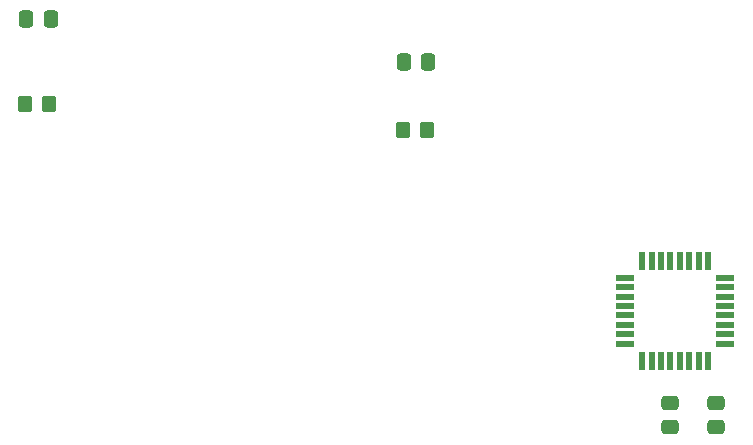
<source format=gbr>
%TF.GenerationSoftware,KiCad,Pcbnew,(6.0.1)*%
%TF.CreationDate,2022-03-29T06:33:39-05:00*%
%TF.ProjectId,microcontroller_board,6d696372-6f63-46f6-9e74-726f6c6c6572,rev?*%
%TF.SameCoordinates,Original*%
%TF.FileFunction,Paste,Top*%
%TF.FilePolarity,Positive*%
%FSLAX46Y46*%
G04 Gerber Fmt 4.6, Leading zero omitted, Abs format (unit mm)*
G04 Created by KiCad (PCBNEW (6.0.1)) date 2022-03-29 06:33:39*
%MOMM*%
%LPD*%
G01*
G04 APERTURE LIST*
G04 Aperture macros list*
%AMRoundRect*
0 Rectangle with rounded corners*
0 $1 Rounding radius*
0 $2 $3 $4 $5 $6 $7 $8 $9 X,Y pos of 4 corners*
0 Add a 4 corners polygon primitive as box body*
4,1,4,$2,$3,$4,$5,$6,$7,$8,$9,$2,$3,0*
0 Add four circle primitives for the rounded corners*
1,1,$1+$1,$2,$3*
1,1,$1+$1,$4,$5*
1,1,$1+$1,$6,$7*
1,1,$1+$1,$8,$9*
0 Add four rect primitives between the rounded corners*
20,1,$1+$1,$2,$3,$4,$5,0*
20,1,$1+$1,$4,$5,$6,$7,0*
20,1,$1+$1,$6,$7,$8,$9,0*
20,1,$1+$1,$8,$9,$2,$3,0*%
G04 Aperture macros list end*
%ADD10R,0.550000X1.600000*%
%ADD11R,1.600000X0.550000*%
%ADD12RoundRect,0.250000X-0.350000X-0.450000X0.350000X-0.450000X0.350000X0.450000X-0.350000X0.450000X0*%
%ADD13RoundRect,0.250000X-0.475000X0.337500X-0.475000X-0.337500X0.475000X-0.337500X0.475000X0.337500X0*%
%ADD14RoundRect,0.250000X0.475000X-0.337500X0.475000X0.337500X-0.475000X0.337500X-0.475000X-0.337500X0*%
%ADD15RoundRect,0.250000X-0.337500X-0.475000X0.337500X-0.475000X0.337500X0.475000X-0.337500X0.475000X0*%
G04 APERTURE END LIST*
D10*
%TO.C,U1*%
X151575000Y-89662000D03*
X152375000Y-89662000D03*
X153175000Y-89662000D03*
X153975000Y-89662000D03*
X154775000Y-89662000D03*
X155575000Y-89662000D03*
X156375000Y-89662000D03*
X157175000Y-89662000D03*
D11*
X158625000Y-88212000D03*
X158625000Y-87412000D03*
X158625000Y-86612000D03*
X158625000Y-85812000D03*
X158625000Y-85012000D03*
X158625000Y-84212000D03*
X158625000Y-83412000D03*
X158625000Y-82612000D03*
D10*
X157175000Y-81162000D03*
X156375000Y-81162000D03*
X155575000Y-81162000D03*
X154775000Y-81162000D03*
X153975000Y-81162000D03*
X153175000Y-81162000D03*
X152375000Y-81162000D03*
X151575000Y-81162000D03*
D11*
X150125000Y-82612000D03*
X150125000Y-83412000D03*
X150125000Y-84212000D03*
X150125000Y-85012000D03*
X150125000Y-85812000D03*
X150125000Y-86612000D03*
X150125000Y-87412000D03*
X150125000Y-88212000D03*
%TD*%
D12*
%TO.C,R2*%
X131350000Y-70104000D03*
X133350000Y-70104000D03*
%TD*%
%TO.C,R1*%
X101330000Y-67945000D03*
X99330000Y-67945000D03*
%TD*%
D13*
%TO.C,C4*%
X153924000Y-93218000D03*
X153924000Y-95293000D03*
%TD*%
D14*
%TO.C,C3*%
X157861000Y-95293000D03*
X157861000Y-93218000D03*
%TD*%
D15*
%TO.C,C2*%
X131402000Y-64389000D03*
X133477000Y-64389000D03*
%TD*%
%TO.C,C1*%
X99419500Y-60706000D03*
X101494500Y-60706000D03*
%TD*%
M02*

</source>
